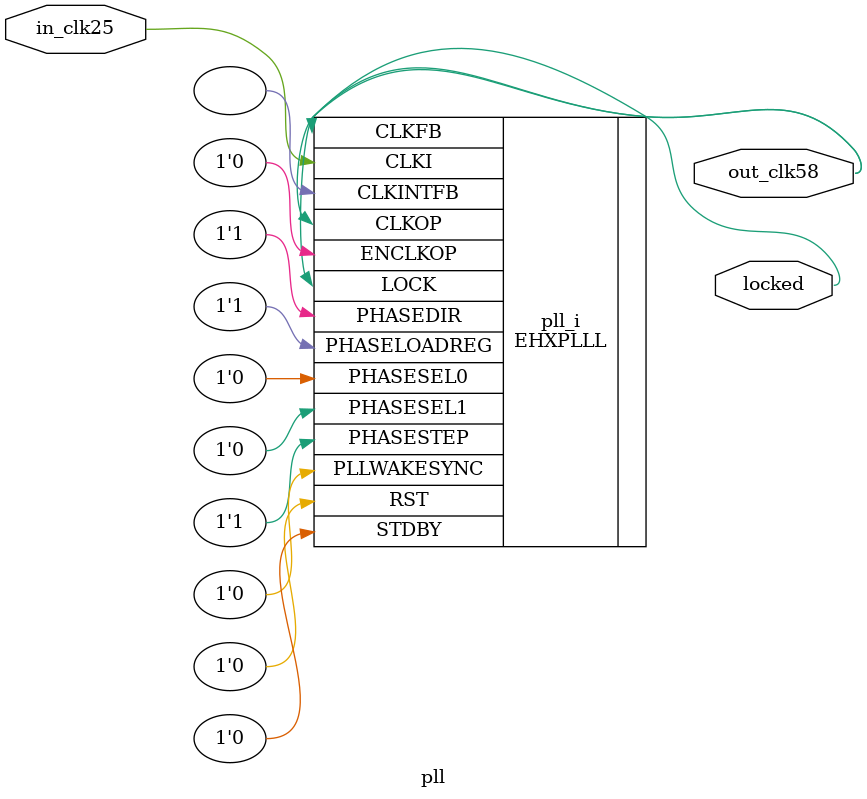
<source format=v>
module pll
(
    input in_clk25, // 25 MHz, 0 deg
    output out_clk58, // 58.3333 MHz, 0 deg
    output locked
);
(* FREQUENCY_PIN_CLKI="25" *)
(* FREQUENCY_PIN_CLKOP="58.3333" *)
(* ICP_CURRENT="12" *) (* LPF_RESISTOR="8" *) (* MFG_ENABLE_FILTEROPAMP="1" *) (* MFG_GMCREF_SEL="2" *)
EHXPLLL #(
        .PLLRST_ENA("DISABLED"),
        .INTFB_WAKE("DISABLED"),
        .STDBY_ENABLE("DISABLED"),
        .DPHASE_SOURCE("DISABLED"),
        .OUTDIVIDER_MUXA("DIVA"),
        .OUTDIVIDER_MUXB("DIVB"),
        .OUTDIVIDER_MUXC("DIVC"),
        .OUTDIVIDER_MUXD("DIVD"),
        .CLKI_DIV(3),
        .CLKOP_ENABLE("ENABLED"),
        .CLKOP_DIV(11),
        .CLKOP_CPHASE(5),
        .CLKOP_FPHASE(0),
        .FEEDBK_PATH("CLKOP"),
        .CLKFB_DIV(7)
    ) pll_i (
        .RST(1'b0),
        .STDBY(1'b0),
        .CLKI(in_clk25),
        .CLKOP(out_clk58),
        .CLKFB(out_clk58),
        .CLKINTFB(),
        .PHASESEL0(1'b0),
        .PHASESEL1(1'b0),
        .PHASEDIR(1'b1),
        .PHASESTEP(1'b1),
        .PHASELOADREG(1'b1),
        .PLLWAKESYNC(1'b0),
        .ENCLKOP(1'b0),
        .LOCK(locked)
	);
endmodule

</source>
